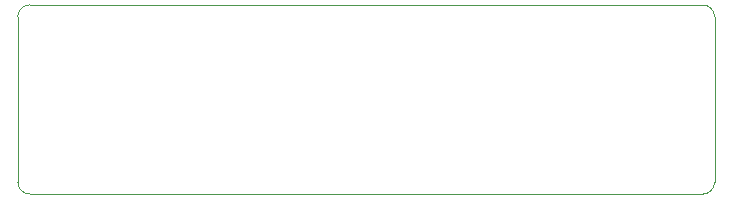
<source format=gm1>
G04 #@! TF.GenerationSoftware,KiCad,Pcbnew,(6.0.0)*
G04 #@! TF.CreationDate,2022-06-26T22:55:27+02:00*
G04 #@! TF.ProjectId,mht-servo-front,6d68742d-7365-4727-966f-2d66726f6e74,rev?*
G04 #@! TF.SameCoordinates,Original*
G04 #@! TF.FileFunction,Profile,NP*
%FSLAX46Y46*%
G04 Gerber Fmt 4.6, Leading zero omitted, Abs format (unit mm)*
G04 Created by KiCad (PCBNEW (6.0.0)) date 2022-06-26 22:55:27*
%MOMM*%
%LPD*%
G01*
G04 APERTURE LIST*
G04 #@! TA.AperFunction,Profile*
%ADD10C,0.050000*%
G04 #@! TD*
G04 APERTURE END LIST*
D10*
X185999998Y-95000001D02*
X129000002Y-95000001D01*
X128000002Y-96000001D02*
X128000000Y-110000000D01*
X129000001Y-110999999D02*
X185999999Y-110999999D01*
X186999998Y-96000001D02*
G75*
G03*
X185999998Y-95000001I-999999J1D01*
G01*
X185999999Y-110999999D02*
G75*
G03*
X186999999Y-109999999I1J999999D01*
G01*
X129000002Y-95000001D02*
G75*
G03*
X128000002Y-96000001I-1J-999999D01*
G01*
X128000001Y-109999999D02*
G75*
G03*
X129000001Y-110999999I999999J-1D01*
G01*
X187000000Y-110000000D02*
X186999998Y-96000001D01*
M02*

</source>
